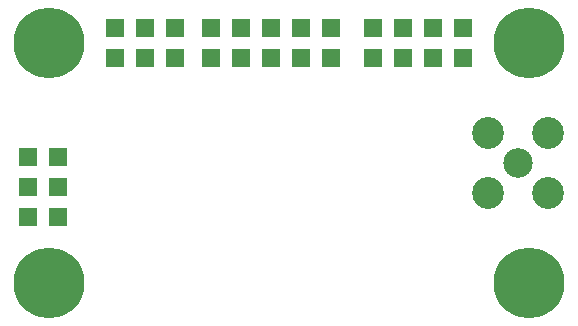
<source format=gbr>
%TF.GenerationSoftware,KiCad,Pcbnew,7.0.5.1-1-g8f565ef7f0-dirty-deb11*%
%TF.CreationDate,2023-07-21T01:10:23+00:00*%
%TF.ProjectId,ISM02,49534d30-322e-46b6-9963-61645f706362,rev?*%
%TF.SameCoordinates,Original*%
%TF.FileFunction,Soldermask,Top*%
%TF.FilePolarity,Negative*%
%FSLAX46Y46*%
G04 Gerber Fmt 4.6, Leading zero omitted, Abs format (unit mm)*
G04 Created by KiCad (PCBNEW 7.0.5.1-1-g8f565ef7f0-dirty-deb11) date 2023-07-21 01:10:23*
%MOMM*%
%LPD*%
G01*
G04 APERTURE LIST*
%ADD10C,6.000000*%
%ADD11R,1.524000X1.524000*%
%ADD12C,2.500000*%
%ADD13C,2.700000*%
G04 APERTURE END LIST*
D10*
%TO.C,M2*%
X139700000Y-104140000D03*
%TD*%
%TO.C,M3*%
X180340000Y-124460000D03*
%TD*%
D11*
%TO.C,J2*%
X137922000Y-118872000D03*
X140462000Y-118872000D03*
%TD*%
%TO.C,J5*%
X167102000Y-105410000D03*
X167102000Y-102870000D03*
%TD*%
%TO.C,J4*%
X172202000Y-105410000D03*
X172202000Y-102870000D03*
%TD*%
%TO.C,J3*%
X163596000Y-105410000D03*
X163596000Y-102870000D03*
%TD*%
D12*
%TO.C,J12*%
X179374800Y-114300000D03*
D13*
X176834800Y-116840000D03*
X181914800Y-116840000D03*
X176834800Y-111760000D03*
X181914800Y-111760000D03*
%TD*%
D11*
%TO.C,J10*%
X153396000Y-105410000D03*
X153396000Y-102870000D03*
%TD*%
%TO.C,J7*%
X174752000Y-105410000D03*
X174752000Y-102870000D03*
%TD*%
%TO.C,J9*%
X155946000Y-105410000D03*
X155946000Y-102870000D03*
%TD*%
%TO.C,J8*%
X158496000Y-105410000D03*
X158496000Y-102870000D03*
%TD*%
%TO.C,J11*%
X161046000Y-105410000D03*
X161046000Y-102870000D03*
%TD*%
%TO.C,J6*%
X169652000Y-105410000D03*
X169652000Y-102870000D03*
%TD*%
D10*
%TO.C,M1*%
X180340000Y-104140000D03*
%TD*%
D11*
%TO.C,J1*%
X145288000Y-105410000D03*
X145288000Y-102870000D03*
X147828000Y-105410000D03*
X147828000Y-102870000D03*
X150368000Y-105410000D03*
X150368000Y-102870000D03*
%TD*%
D10*
%TO.C,M4*%
X139700000Y-124460000D03*
%TD*%
D11*
%TO.C,J15*%
X137922000Y-113792000D03*
X140462000Y-113792000D03*
%TD*%
%TO.C,J13*%
X137922000Y-116332000D03*
X140462000Y-116332000D03*
%TD*%
M02*

</source>
